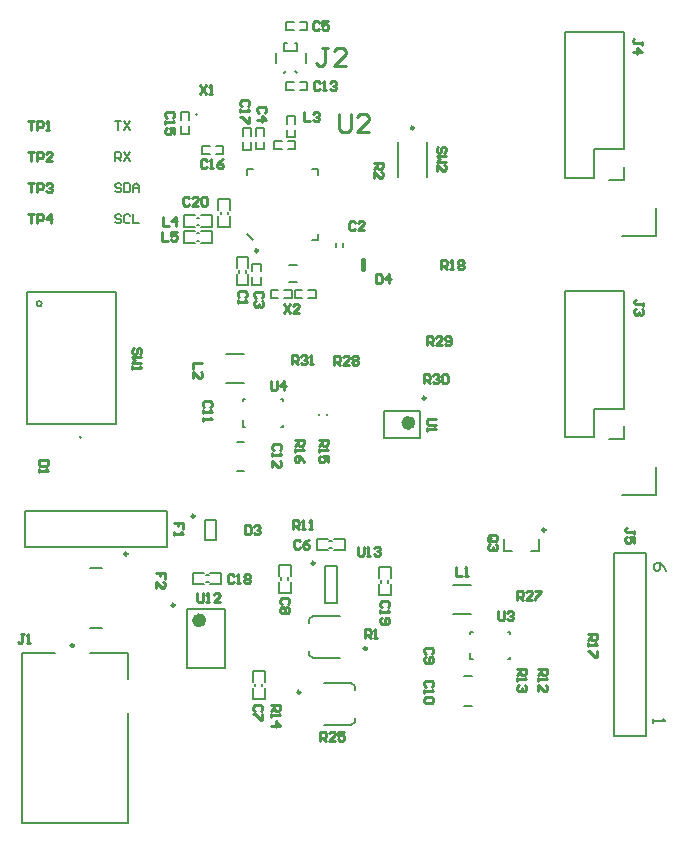
<source format=gto>
G04*
G04 #@! TF.GenerationSoftware,Altium Limited,Altium Designer,19.1.8 (144)*
G04*
G04 Layer_Color=65535*
%FSLAX25Y25*%
%MOIN*%
G70*
G01*
G75*
%ADD10C,0.00394*%
%ADD11C,0.00984*%
%ADD12C,0.02362*%
%ADD13C,0.00787*%
%ADD14C,0.00591*%
%ADD15C,0.00600*%
%ADD16C,0.01575*%
%ADD17C,0.01000*%
%ADD18C,0.00800*%
D10*
X72487Y224200D02*
G03*
X72487Y224200I-433J0D01*
G01*
X33716Y116654D02*
G03*
X33716Y116654I-394J0D01*
G01*
D11*
X92545Y178795D02*
G03*
X92545Y178795I-492J0D01*
G01*
X144492Y219733D02*
G03*
X144492Y219733I-492J0D01*
G01*
X148456Y129706D02*
G03*
X148456Y129706I-492J0D01*
G01*
X31205Y47209D02*
G03*
X31205Y47209I-492J0D01*
G01*
X188373Y85731D02*
G03*
X188373Y85731I-492J0D01*
G01*
X49031Y77732D02*
G03*
X49031Y77732I-492J0D01*
G01*
X111485Y74685D02*
G03*
X111485Y74685I-492J0D01*
G01*
X128806Y46163D02*
G03*
X128806Y46163I-492J0D01*
G01*
X106678Y31637D02*
G03*
X106678Y31637I-492J0D01*
G01*
X71385Y90367D02*
G03*
X71385Y90367I-492J0D01*
G01*
X64768Y60645D02*
G03*
X64768Y60645I-492J0D01*
G01*
D12*
X143879Y121438D02*
G03*
X143879Y121438I-1181J0D01*
G01*
X74119Y55606D02*
G03*
X74119Y55606I-1181J0D01*
G01*
D13*
X20475Y161103D02*
G03*
X20475Y161103I-880J0D01*
G01*
X87705Y120174D02*
X88394D01*
X87705D02*
Y122339D01*
X100206Y120174D02*
X100894D01*
Y120863D01*
X100206Y129426D02*
X100894D01*
Y128737D02*
Y129426D01*
X87705Y128737D02*
Y129426D01*
X88394D01*
X88903Y184306D02*
X90871Y182338D01*
X88903Y203991D02*
Y205960D01*
X90871D01*
X110556D02*
X112525D01*
Y203991D02*
Y205960D01*
Y182338D02*
Y184306D01*
X110556Y182338D02*
X112525D01*
X225248Y97272D02*
Y106720D01*
X213831Y97272D02*
X225248D01*
X194776Y126012D02*
Y165382D01*
X214461D01*
Y126091D02*
Y165382D01*
X204539Y126091D02*
X214461D01*
X204539Y116563D02*
Y126091D01*
X194776Y116563D02*
X204539D01*
X194776D02*
Y126012D01*
X209500Y116012D02*
X214618D01*
Y120343D01*
X225248Y183772D02*
Y193220D01*
X213831Y183772D02*
X225248D01*
X194776Y212512D02*
Y251882D01*
X214461D01*
Y212591D02*
Y251882D01*
X204539Y212591D02*
X214461D01*
X204539Y203063D02*
Y212591D01*
X194776Y203063D02*
X204539D01*
X194776D02*
Y212512D01*
X209500Y202512D02*
X214618D01*
Y206842D01*
X163406Y51866D02*
X164094D01*
X163406Y51177D02*
Y51866D01*
X176594Y51177D02*
Y51866D01*
X175906D02*
X176594D01*
Y42614D02*
Y43303D01*
X175906Y42614D02*
X176594D01*
X163406D02*
Y44780D01*
Y42614D02*
X164094D01*
X115678Y124103D02*
Y124497D01*
X112922Y124103D02*
Y124497D01*
X72249Y187419D02*
X73036D01*
X72249Y189781D02*
X73036D01*
X72249Y184581D02*
X73036D01*
X72249Y182219D02*
X73036D01*
X88581Y171549D02*
Y172336D01*
X86219Y171549D02*
Y172336D01*
X82481Y190906D02*
Y191694D01*
X80119Y190906D02*
Y191694D01*
X148921Y203395D02*
Y215206D01*
X139079Y203395D02*
Y215206D01*
X134430Y125375D02*
X146635D01*
X134430Y116320D02*
X146635D01*
Y125375D01*
X134430Y116320D02*
Y125375D01*
X116406Y82081D02*
X117194D01*
X116406Y79719D02*
X117194D01*
X93996Y33563D02*
Y34350D01*
X91634Y33563D02*
Y34350D01*
X100319Y69106D02*
Y69894D01*
X102681Y69106D02*
Y69894D01*
X135981Y68206D02*
Y68994D01*
X133619Y68206D02*
Y68994D01*
X75295Y68405D02*
X76083D01*
X75295Y70768D02*
X76083D01*
X49216Y35988D02*
Y44846D01*
X36421D02*
X49216D01*
Y-11846D02*
Y24571D01*
X13783Y44846D02*
X25004D01*
X13783Y-11846D02*
Y44846D01*
Y-11846D02*
X49216D01*
X174495Y78644D02*
X177250D01*
X174495D02*
Y82581D01*
X183550Y78644D02*
X186305D01*
Y82581D01*
X221795Y16909D02*
Y78091D01*
X211205Y16909D02*
X221795D01*
X211205D02*
Y78091D01*
X221795D01*
X120979Y180109D02*
Y181291D01*
X118421Y180109D02*
Y181291D01*
X102743Y174153D02*
X105499D01*
X102743Y168247D02*
X105499D01*
X82047Y134579D02*
X87953D01*
X82047Y144421D02*
X87953D01*
X85706Y115221D02*
X88068D01*
X85706Y105379D02*
X88068D01*
X161406Y36921D02*
X163768D01*
X161406Y27079D02*
X163768D01*
X157547Y57579D02*
X163453D01*
X157547Y67421D02*
X163453D01*
X28650Y165040D02*
X45185D01*
Y120945D02*
Y165040D01*
X15658Y120945D02*
X45185D01*
X15658D02*
Y165040D01*
X28650D01*
X14878Y80094D02*
Y91905D01*
X62122D01*
Y80094D02*
Y91905D01*
X14878Y80094D02*
X62122D01*
X36531Y73039D02*
X40468D01*
X36531Y52961D02*
X40468D01*
X118769Y61398D02*
Y73602D01*
X114831Y61398D02*
Y73602D01*
Y61398D02*
X118769D01*
X114831Y73602D02*
X118769D01*
X110794Y57187D02*
X119850D01*
X109613Y56006D02*
X110794Y57187D01*
X109613Y54824D02*
Y56006D01*
X109613Y44194D02*
Y45376D01*
Y44194D02*
X110794Y43013D01*
X119850D01*
X114650Y20613D02*
X123705D01*
X124887Y21794D01*
Y22976D01*
X124887Y32424D02*
Y33606D01*
X123705Y34787D02*
X124887Y33606D01*
X114650Y34787D02*
X123705D01*
X78472Y82552D02*
Y89048D01*
X74928Y82552D02*
Y89048D01*
X78472D01*
X74928Y82552D02*
X78472D01*
X69001Y39858D02*
X81599D01*
X69001Y59543D02*
X81599D01*
Y39858D02*
Y59543D01*
X69001Y39858D02*
Y59543D01*
X46999Y190499D02*
X46499Y190999D01*
X45500D01*
X45000Y190499D01*
Y189999D01*
X45500Y189499D01*
X46499D01*
X46999Y189000D01*
Y188500D01*
X46499Y188000D01*
X45500D01*
X45000Y188500D01*
X49998Y190499D02*
X49499Y190999D01*
X48499D01*
X47999Y190499D01*
Y188500D01*
X48499Y188000D01*
X49499D01*
X49998Y188500D01*
X50998Y190999D02*
Y188000D01*
X52997D01*
X46999Y200833D02*
X46499Y201332D01*
X45500D01*
X45000Y200833D01*
Y200333D01*
X45500Y199833D01*
X46499D01*
X46999Y199333D01*
Y198833D01*
X46499Y198333D01*
X45500D01*
X45000Y198833D01*
X47999Y201332D02*
Y198333D01*
X49499D01*
X49998Y198833D01*
Y200833D01*
X49499Y201332D01*
X47999D01*
X50998Y198333D02*
Y200333D01*
X51998Y201332D01*
X52997Y200333D01*
Y198333D01*
Y199833D01*
X50998D01*
X45000Y208667D02*
Y211666D01*
X46499D01*
X46999Y211166D01*
Y210166D01*
X46499Y209666D01*
X45000D01*
X46000D02*
X46999Y208667D01*
X47999Y211666D02*
X49998Y208667D01*
Y211666D02*
X47999Y208667D01*
X45000Y221999D02*
X46999D01*
X46000D01*
Y219000D01*
X47999Y221999D02*
X49998Y219000D01*
Y221999D02*
X47999Y219000D01*
D14*
X101335Y245305D02*
Y247983D01*
X102083D01*
X101335Y245305D02*
X105665D01*
X104917Y247983D02*
X105665D01*
Y245305D02*
Y247983D01*
X98579Y241369D02*
Y244754D01*
X101335Y238140D02*
X102024Y238829D01*
X108421Y241369D02*
Y244754D01*
X104976Y238829D02*
X105665Y238140D01*
D15*
X102158Y223683D02*
X104914Y223683D01*
X102158Y216597D02*
X104914D01*
X102158D02*
Y219156D01*
Y221124D02*
Y223683D01*
X104914Y216597D02*
Y219156D01*
Y221124D02*
Y223683D01*
X111929Y163122D02*
Y165878D01*
X104842Y163122D02*
Y165878D01*
X107401D01*
X109370D02*
X111929D01*
X104842Y163122D02*
X107401D01*
X109370D02*
X111929D01*
X96843Y163122D02*
Y165878D01*
X103929Y163122D02*
Y165878D01*
X101370Y163122D02*
X103929D01*
X96843D02*
X99402D01*
X101370Y165878D02*
X103929D01*
X96843D02*
X99402D01*
X105039Y212745D02*
Y215501D01*
X97953Y212745D02*
Y215501D01*
X100512D01*
X102480D02*
X105039D01*
X97953Y212745D02*
X100512D01*
X102480D02*
X105039D01*
X101957Y232422D02*
Y235178D01*
X109044Y232422D02*
Y235178D01*
X106485Y232422D02*
X109044D01*
X101957D02*
X104516D01*
X106485Y235178D02*
X109044D01*
X101957D02*
X104516D01*
X66822Y217857D02*
X69578D01*
X66822Y224944D02*
X69578D01*
Y222385D02*
Y224944D01*
Y217857D02*
Y220416D01*
X66822Y222385D02*
Y224944D01*
Y217857D02*
Y220416D01*
X73896Y211122D02*
Y213878D01*
X80983Y211122D02*
Y213878D01*
X78424Y211122D02*
X80983D01*
X73896D02*
X76455D01*
X78424Y213878D02*
X80983D01*
X73896D02*
X76455D01*
X77268Y186632D02*
Y190568D01*
X68016Y186632D02*
Y190568D01*
X73627Y186632D02*
X77268D01*
X68016D02*
X71658D01*
X73627Y190568D02*
X77268D01*
X68016D02*
X71658D01*
X68016Y181431D02*
Y185369D01*
X77268Y181431D02*
Y185369D01*
X68016D02*
X71658D01*
X73627D02*
X77268D01*
X68016Y181431D02*
X71658D01*
X73627D02*
X77268D01*
X89368Y172927D02*
Y176568D01*
Y167316D02*
Y170958D01*
X85431Y172927D02*
Y176568D01*
Y167317D02*
Y170958D01*
Y167317D02*
X89368Y167316D01*
X85431Y176568D02*
X89368D01*
X90722Y167388D02*
X93478D01*
X90722Y174475D02*
X93478D01*
Y171916D02*
Y174475D01*
Y167388D02*
Y169948D01*
X90722Y171916D02*
Y174475D01*
Y167388D02*
Y169948D01*
X87522Y219643D02*
X90278D01*
X87522Y212556D02*
X90278D01*
X87522D02*
Y215115D01*
Y217084D02*
Y219643D01*
X90278Y212556D02*
Y215115D01*
Y217084D02*
Y219643D01*
X83268Y192284D02*
Y195926D01*
Y186674D02*
Y190316D01*
X79331Y192284D02*
Y195926D01*
Y186674D02*
Y190316D01*
Y186674D02*
X83268Y186674D01*
X79331Y195926D02*
X83268D01*
X91857Y219647D02*
X94613D01*
X91857Y212560D02*
X94613D01*
X91857D02*
Y215119D01*
Y217088D02*
Y219647D01*
X94613Y212560D02*
Y215119D01*
Y217088D02*
Y219647D01*
X112174Y82868D02*
X115816D01*
X117784D02*
X121426D01*
X112174Y78931D02*
X115816D01*
X117784D02*
X121426D01*
X121426Y82868D01*
X112174Y78931D02*
Y82868D01*
X94784Y34941D02*
Y38583D01*
Y29331D02*
Y32972D01*
X90847Y34941D02*
Y38583D01*
Y32972D02*
X90847Y29331D01*
X94784Y29331D01*
X90847Y38583D02*
X94784D01*
X99532Y64874D02*
Y68516D01*
Y70484D02*
Y74126D01*
X103469Y64874D02*
Y68516D01*
Y70484D02*
Y74126D01*
X99532Y74126D02*
X103469Y74126D01*
X99532Y64874D02*
X103469D01*
X136768Y69584D02*
Y73226D01*
Y63974D02*
Y67616D01*
X132832Y69584D02*
Y73226D01*
Y63974D02*
Y67616D01*
Y63974D02*
X136768Y63974D01*
X132832Y73226D02*
X136768D01*
X76673Y67618D02*
X80315D01*
X71063D02*
X74705D01*
X76673Y71555D02*
X80315D01*
X71063D02*
X74705D01*
X71063Y67618D02*
X71063Y71555D01*
X80315Y67618D02*
Y71555D01*
X101971Y255174D02*
X104530D01*
X106498D02*
X109057D01*
X101971Y252419D02*
X104530D01*
X106498D02*
X109057D01*
Y255174D01*
X101971Y252419D02*
Y255174D01*
D16*
X127573Y172695D02*
Y175844D01*
D17*
X16000Y190999D02*
X17999D01*
X17000D01*
Y188000D01*
X18999D02*
Y190999D01*
X20499D01*
X20998Y190499D01*
Y189499D01*
X20499Y189000D01*
X18999D01*
X23498Y188000D02*
Y190999D01*
X21998Y189499D01*
X23997D01*
X16000Y201332D02*
X17999D01*
X17000D01*
Y198333D01*
X18999D02*
Y201332D01*
X20499D01*
X20998Y200833D01*
Y199833D01*
X20499Y199333D01*
X18999D01*
X21998Y200833D02*
X22498Y201332D01*
X23498D01*
X23997Y200833D01*
Y200333D01*
X23498Y199833D01*
X22998D01*
X23498D01*
X23997Y199333D01*
Y198833D01*
X23498Y198333D01*
X22498D01*
X21998Y198833D01*
X16000Y221999D02*
X17999D01*
X17000D01*
Y219000D01*
X18999D02*
Y221999D01*
X20499D01*
X20998Y221499D01*
Y220499D01*
X20499Y220000D01*
X18999D01*
X21998Y219000D02*
X22998D01*
X22498D01*
Y221999D01*
X21998Y221499D01*
X16000Y211666D02*
X17999D01*
X17000D01*
Y208667D01*
X18999D02*
Y211666D01*
X20499D01*
X20998Y211166D01*
Y210166D01*
X20499Y209666D01*
X18999D01*
X23997Y208667D02*
X21998D01*
X23997Y210666D01*
Y211166D01*
X23498Y211666D01*
X22498D01*
X21998Y211166D01*
X22499Y109000D02*
X19500D01*
Y107501D01*
X20000Y107001D01*
X21999D01*
X22499Y107501D01*
Y109000D01*
X19500Y106001D02*
Y105001D01*
Y105501D01*
X22499D01*
X21999Y106001D01*
X119700Y224298D02*
Y219300D01*
X120700Y218300D01*
X122699D01*
X123699Y219300D01*
Y224298D01*
X129697Y218300D02*
X125698D01*
X129697Y222299D01*
Y223298D01*
X128697Y224298D01*
X126698D01*
X125698Y223298D01*
X220499Y247501D02*
Y248500D01*
Y248001D01*
X218000D01*
X217500Y248500D01*
Y249000D01*
X218000Y249500D01*
X217500Y245002D02*
X220499D01*
X219000Y246501D01*
Y244502D01*
X220999Y160501D02*
Y161500D01*
Y161001D01*
X218500D01*
X218000Y161500D01*
Y162000D01*
X218500Y162500D01*
X220499Y159501D02*
X220999Y159001D01*
Y158001D01*
X220499Y157502D01*
X219999D01*
X219499Y158001D01*
Y158501D01*
Y158001D01*
X219000Y157502D01*
X218500D01*
X218000Y158001D01*
Y159001D01*
X218500Y159501D01*
X115899Y246298D02*
X113899D01*
X114899D01*
Y241300D01*
X113899Y240300D01*
X112900D01*
X111900Y241300D01*
X121897Y240300D02*
X117898D01*
X121897Y244299D01*
Y245298D01*
X120897Y246298D01*
X118898D01*
X117898Y245298D01*
X60742Y190199D02*
Y187200D01*
X62742D01*
X65241D02*
Y190199D01*
X63741Y188699D01*
X65741D01*
X154699Y211501D02*
X155199Y212000D01*
Y213000D01*
X154699Y213500D01*
X154199D01*
X153700Y213000D01*
Y212000D01*
X153200Y211501D01*
X152700D01*
X152200Y212000D01*
Y213000D01*
X152700Y213500D01*
X155199Y210501D02*
X152200D01*
X153200Y209501D01*
X152200Y208502D01*
X155199D01*
X152200Y205503D02*
Y207502D01*
X154199Y205503D01*
X154699D01*
X155199Y206002D01*
Y207002D01*
X154699Y207502D01*
X135799Y59943D02*
X136299Y60443D01*
Y61443D01*
X135799Y61942D01*
X133800D01*
X133300Y61443D01*
Y60443D01*
X133800Y59943D01*
X133300Y58943D02*
Y57944D01*
Y58444D01*
X136299D01*
X135799Y58943D01*
X133800Y56444D02*
X133300Y55945D01*
Y54945D01*
X133800Y54445D01*
X135799D01*
X136299Y54945D01*
Y55945D01*
X135799Y56444D01*
X135299D01*
X134800Y55945D01*
Y54445D01*
X84480Y70511D02*
X83980Y71011D01*
X82980D01*
X82480Y70511D01*
Y68512D01*
X82980Y68012D01*
X83980D01*
X84480Y68512D01*
X85479Y68012D02*
X86479D01*
X85979D01*
Y71011D01*
X85479Y70511D01*
X87979D02*
X88478Y71011D01*
X89478D01*
X89978Y70511D01*
Y70011D01*
X89478Y69511D01*
X89978Y69011D01*
Y68512D01*
X89478Y68012D01*
X88478D01*
X87979Y68512D01*
Y69011D01*
X88478Y69511D01*
X87979Y70011D01*
Y70511D01*
X88478Y69511D02*
X89478D01*
X102499Y61001D02*
X102999Y61501D01*
Y62500D01*
X102499Y63000D01*
X100500D01*
X100000Y62500D01*
Y61501D01*
X100500Y61001D01*
X102499Y60001D02*
X102999Y59501D01*
Y58501D01*
X102499Y58002D01*
X101999D01*
X101499Y58501D01*
X101000Y58002D01*
X100500D01*
X100000Y58501D01*
Y59501D01*
X100500Y60001D01*
X101000D01*
X101499Y59501D01*
X101999Y60001D01*
X102499D01*
X101499Y59501D02*
Y58501D01*
X93542Y25363D02*
X94042Y25863D01*
Y26862D01*
X93542Y27362D01*
X91543D01*
X91043Y26862D01*
Y25863D01*
X91543Y25363D01*
X94042Y24363D02*
Y22364D01*
X93542D01*
X91543Y24363D01*
X91043D01*
X106699Y81899D02*
X106200Y82399D01*
X105200D01*
X104700Y81899D01*
Y79900D01*
X105200Y79400D01*
X106200D01*
X106699Y79900D01*
X109698Y82399D02*
X108699Y81899D01*
X107699Y80900D01*
Y79900D01*
X108199Y79400D01*
X109199D01*
X109698Y79900D01*
Y80400D01*
X109199Y80900D01*
X107699D01*
X151799Y122800D02*
X149300D01*
X148800Y122300D01*
Y121300D01*
X149300Y120801D01*
X151799D01*
X148800Y119801D02*
Y118801D01*
Y119301D01*
X151799D01*
X151299Y119801D01*
X113045Y254795D02*
X112545Y255295D01*
X111545D01*
X111045Y254795D01*
Y252796D01*
X111545Y252296D01*
X112545D01*
X113045Y252796D01*
X116043Y255295D02*
X114044D01*
Y253796D01*
X115044Y254296D01*
X115544D01*
X116043Y253796D01*
Y252796D01*
X115544Y252296D01*
X114544D01*
X114044Y252796D01*
X94799Y224801D02*
X95299Y225301D01*
Y226300D01*
X94799Y226800D01*
X92800D01*
X92300Y226300D01*
Y225301D01*
X92800Y224801D01*
X92300Y222302D02*
X95299D01*
X93800Y223801D01*
Y221802D01*
X93799Y163164D02*
X94299Y163663D01*
Y164663D01*
X93799Y165163D01*
X91800D01*
X91300Y164663D01*
Y163663D01*
X91800Y163164D01*
X93799Y162164D02*
X94299Y161664D01*
Y160664D01*
X93799Y160165D01*
X93299D01*
X92800Y160664D01*
Y161164D01*
Y160664D01*
X92300Y160165D01*
X91800D01*
X91300Y160664D01*
Y161664D01*
X91800Y162164D01*
X124999Y188099D02*
X124499Y188599D01*
X123500D01*
X123000Y188099D01*
Y186100D01*
X123500Y185600D01*
X124499D01*
X124999Y186100D01*
X127998Y185600D02*
X125999D01*
X127998Y187599D01*
Y188099D01*
X127499Y188599D01*
X126499D01*
X125999Y188099D01*
X88299Y163343D02*
X88799Y163843D01*
Y164843D01*
X88299Y165342D01*
X86300D01*
X85800Y164843D01*
Y163843D01*
X86300Y163343D01*
X85800Y162344D02*
Y161344D01*
Y161844D01*
X88799D01*
X88299Y162344D01*
X73999Y141500D02*
X71000D01*
Y139501D01*
Y136502D02*
Y138501D01*
X72999Y136502D01*
X73499D01*
X73999Y137001D01*
Y138001D01*
X73499Y138501D01*
X158500Y73499D02*
Y70500D01*
X160499D01*
X161499D02*
X162499D01*
X161999D01*
Y73499D01*
X161499Y72999D01*
X101321Y160999D02*
X103321Y158000D01*
Y160999D02*
X101321Y158000D01*
X106320D02*
X104320D01*
X106320Y159999D01*
Y160499D01*
X105820Y160999D01*
X104820D01*
X104320Y160499D01*
X73395Y233912D02*
X75395Y230913D01*
Y233912D02*
X73395Y230913D01*
X76394D02*
X77394D01*
X76894D01*
Y233912D01*
X76394Y233412D01*
X125900Y80099D02*
Y77600D01*
X126400Y77100D01*
X127400D01*
X127899Y77600D01*
Y80099D01*
X128899Y77100D02*
X129899D01*
X129399D01*
Y80099D01*
X128899Y79599D01*
X131398D02*
X131898Y80099D01*
X132898D01*
X133398Y79599D01*
Y79099D01*
X132898Y78600D01*
X132398D01*
X132898D01*
X133398Y78100D01*
Y77600D01*
X132898Y77100D01*
X131898D01*
X131398Y77600D01*
X72300Y64699D02*
Y62200D01*
X72800Y61700D01*
X73800D01*
X74299Y62200D01*
Y64699D01*
X75299Y61700D02*
X76299D01*
X75799D01*
Y64699D01*
X75299Y64199D01*
X79798Y61700D02*
X77798D01*
X79798Y63699D01*
Y64199D01*
X79298Y64699D01*
X78298D01*
X77798Y64199D01*
X96800Y135299D02*
Y132800D01*
X97300Y132300D01*
X98299D01*
X98799Y132800D01*
Y135299D01*
X101299Y132300D02*
Y135299D01*
X99799Y133800D01*
X101798D01*
X172600Y58699D02*
Y56200D01*
X173100Y55700D01*
X174100D01*
X174599Y56200D01*
Y58699D01*
X175599Y58199D02*
X176099Y58699D01*
X177099D01*
X177598Y58199D01*
Y57699D01*
X177099Y57200D01*
X176599D01*
X177099D01*
X177598Y56700D01*
Y56200D01*
X177099Y55700D01*
X176099D01*
X175599Y56200D01*
X53149Y144336D02*
X53649Y144835D01*
Y145835D01*
X53149Y146335D01*
X52649D01*
X52149Y145835D01*
Y144835D01*
X51650Y144336D01*
X51150D01*
X50650Y144835D01*
Y145835D01*
X51150Y146335D01*
X53649Y143336D02*
X50650D01*
X51650Y142336D01*
X50650Y141337D01*
X53649D01*
X50650Y140337D02*
Y139337D01*
Y139837D01*
X53649D01*
X53149Y140337D01*
X103900Y141000D02*
Y143999D01*
X105400D01*
X105899Y143499D01*
Y142499D01*
X105400Y142000D01*
X103900D01*
X104900D02*
X105899Y141000D01*
X106899Y143499D02*
X107399Y143999D01*
X108399D01*
X108898Y143499D01*
Y142999D01*
X108399Y142499D01*
X107899D01*
X108399D01*
X108898Y142000D01*
Y141500D01*
X108399Y141000D01*
X107399D01*
X106899Y141500D01*
X109898Y141000D02*
X110898D01*
X110398D01*
Y143999D01*
X109898Y143499D01*
X147800Y134600D02*
Y137599D01*
X149300D01*
X149799Y137099D01*
Y136100D01*
X149300Y135600D01*
X147800D01*
X148800D02*
X149799Y134600D01*
X150799Y137099D02*
X151299Y137599D01*
X152299D01*
X152798Y137099D01*
Y136599D01*
X152299Y136100D01*
X151799D01*
X152299D01*
X152798Y135600D01*
Y135100D01*
X152299Y134600D01*
X151299D01*
X150799Y135100D01*
X153798Y137099D02*
X154298Y137599D01*
X155298D01*
X155797Y137099D01*
Y135100D01*
X155298Y134600D01*
X154298D01*
X153798Y135100D01*
Y137099D01*
X148800Y147300D02*
Y150299D01*
X150300D01*
X150799Y149799D01*
Y148800D01*
X150300Y148300D01*
X148800D01*
X149800D02*
X150799Y147300D01*
X153798D02*
X151799D01*
X153798Y149299D01*
Y149799D01*
X153299Y150299D01*
X152299D01*
X151799Y149799D01*
X154798Y147800D02*
X155298Y147300D01*
X156298D01*
X156797Y147800D01*
Y149799D01*
X156298Y150299D01*
X155298D01*
X154798Y149799D01*
Y149299D01*
X155298Y148800D01*
X156797D01*
X118000Y140800D02*
Y143799D01*
X119500D01*
X119999Y143299D01*
Y142299D01*
X119500Y141800D01*
X118000D01*
X119000D02*
X119999Y140800D01*
X122998D02*
X120999D01*
X122998Y142799D01*
Y143299D01*
X122499Y143799D01*
X121499D01*
X120999Y143299D01*
X123998D02*
X124498Y143799D01*
X125498D01*
X125997Y143299D01*
Y142799D01*
X125498Y142299D01*
X125997Y141800D01*
Y141300D01*
X125498Y140800D01*
X124498D01*
X123998Y141300D01*
Y141800D01*
X124498Y142299D01*
X123998Y142799D01*
Y143299D01*
X124498Y142299D02*
X125498D01*
X179000Y62500D02*
Y65499D01*
X180499D01*
X180999Y64999D01*
Y63999D01*
X180499Y63500D01*
X179000D01*
X180000D02*
X180999Y62500D01*
X183998D02*
X181999D01*
X183998Y64499D01*
Y64999D01*
X183499Y65499D01*
X182499D01*
X181999Y64999D01*
X184998Y65499D02*
X186997D01*
Y64999D01*
X184998Y63000D01*
Y62500D01*
X113400Y15400D02*
Y18399D01*
X114900D01*
X115399Y17899D01*
Y16899D01*
X114900Y16400D01*
X113400D01*
X114400D02*
X115399Y15400D01*
X118398D02*
X116399D01*
X118398Y17399D01*
Y17899D01*
X117899Y18399D01*
X116899D01*
X116399Y17899D01*
X121397Y18399D02*
X119398D01*
Y16899D01*
X120398Y17399D01*
X120898D01*
X121397Y16899D01*
Y15900D01*
X120898Y15400D01*
X119898D01*
X119398Y15900D01*
X153600Y172600D02*
Y175599D01*
X155099D01*
X155599Y175099D01*
Y174100D01*
X155099Y173600D01*
X153600D01*
X154600D02*
X155599Y172600D01*
X156599D02*
X157599D01*
X157099D01*
Y175599D01*
X156599Y175099D01*
X159098D02*
X159598Y175599D01*
X160598D01*
X161098Y175099D01*
Y174599D01*
X160598Y174100D01*
X161098Y173600D01*
Y173100D01*
X160598Y172600D01*
X159598D01*
X159098Y173100D01*
Y173600D01*
X159598Y174100D01*
X159098Y174599D01*
Y175099D01*
X159598Y174100D02*
X160598D01*
X202500Y51000D02*
X205499D01*
Y49501D01*
X204999Y49001D01*
X203999D01*
X203500Y49501D01*
Y51000D01*
Y50000D02*
X202500Y49001D01*
Y48001D02*
Y47001D01*
Y47501D01*
X205499D01*
X204999Y48001D01*
X205499Y45502D02*
Y43502D01*
X204999D01*
X203000Y45502D01*
X202500D01*
X104800Y115800D02*
X107799D01*
Y114301D01*
X107299Y113801D01*
X106299D01*
X105800Y114301D01*
Y115800D01*
Y114800D02*
X104800Y113801D01*
Y112801D02*
Y111801D01*
Y112301D01*
X107799D01*
X107299Y112801D01*
X107799Y108302D02*
X107299Y109302D01*
X106299Y110302D01*
X105300D01*
X104800Y109802D01*
Y108802D01*
X105300Y108302D01*
X105800D01*
X106299Y108802D01*
Y110302D01*
X112800Y115800D02*
X115799D01*
Y114301D01*
X115299Y113801D01*
X114299D01*
X113800Y114301D01*
Y115800D01*
Y114800D02*
X112800Y113801D01*
Y112801D02*
Y111801D01*
Y112301D01*
X115799D01*
X115299Y112801D01*
X115799Y108302D02*
Y110302D01*
X114299D01*
X114799Y109302D01*
Y108802D01*
X114299Y108302D01*
X113300D01*
X112800Y108802D01*
Y109802D01*
X113300Y110302D01*
X97047Y27461D02*
X100046D01*
Y25961D01*
X99546Y25461D01*
X98547D01*
X98047Y25961D01*
Y27461D01*
Y26461D02*
X97047Y25461D01*
Y24462D02*
Y23462D01*
Y23962D01*
X100046D01*
X99546Y24462D01*
X97047Y20463D02*
X100046D01*
X98547Y21962D01*
Y19963D01*
X179000Y39500D02*
X181999D01*
Y38001D01*
X181499Y37501D01*
X180499D01*
X180000Y38001D01*
Y39500D01*
Y38500D02*
X179000Y37501D01*
Y36501D02*
Y35501D01*
Y36001D01*
X181999D01*
X181499Y36501D01*
Y34002D02*
X181999Y33502D01*
Y32502D01*
X181499Y32002D01*
X180999D01*
X180499Y32502D01*
Y33002D01*
Y32502D01*
X180000Y32002D01*
X179500D01*
X179000Y32502D01*
Y33502D01*
X179500Y34002D01*
X186000Y39500D02*
X188999D01*
Y38001D01*
X188499Y37501D01*
X187499D01*
X187000Y38001D01*
Y39500D01*
Y38500D02*
X186000Y37501D01*
Y36501D02*
Y35501D01*
Y36001D01*
X188999D01*
X188499Y36501D01*
X186000Y32002D02*
Y34002D01*
X187999Y32002D01*
X188499D01*
X188999Y32502D01*
Y33502D01*
X188499Y34002D01*
X104100Y85900D02*
Y88899D01*
X105599D01*
X106099Y88399D01*
Y87400D01*
X105599Y86900D01*
X104100D01*
X105100D02*
X106099Y85900D01*
X107099D02*
X108099D01*
X107599D01*
Y88899D01*
X107099Y88399D01*
X109598Y85900D02*
X110598D01*
X110098D01*
Y88899D01*
X109598Y88399D01*
X131200Y208100D02*
X134199D01*
Y206600D01*
X133699Y206101D01*
X132700D01*
X132200Y206600D01*
Y208100D01*
Y207100D02*
X131200Y206101D01*
Y203102D02*
Y205101D01*
X133199Y203102D01*
X133699D01*
X134199Y203601D01*
Y204601D01*
X133699Y205101D01*
X128100Y49700D02*
Y52699D01*
X129599D01*
X130099Y52199D01*
Y51200D01*
X129599Y50700D01*
X128100D01*
X129100D02*
X130099Y49700D01*
X131099D02*
X132099D01*
X131599D01*
Y52699D01*
X131099Y52199D01*
X169900Y81901D02*
X171899D01*
X172399Y82401D01*
Y83400D01*
X171899Y83900D01*
X169900D01*
X169400Y83400D01*
Y82401D01*
X170400Y82900D02*
X169400Y81901D01*
Y82401D02*
X169900Y81901D01*
X171899Y80901D02*
X172399Y80401D01*
Y79401D01*
X171899Y78902D01*
X171399D01*
X170899Y79401D01*
Y79901D01*
Y79401D01*
X170400Y78902D01*
X169900D01*
X169400Y79401D01*
Y80401D01*
X169900Y80901D01*
X217999Y84501D02*
Y85500D01*
Y85000D01*
X215500D01*
X215000Y85500D01*
Y86000D01*
X215500Y86500D01*
X217999Y81502D02*
Y83501D01*
X216499D01*
X216999Y82501D01*
Y82001D01*
X216499Y81502D01*
X215500D01*
X215000Y82001D01*
Y83001D01*
X215500Y83501D01*
X60500Y185099D02*
Y182100D01*
X62499D01*
X65498Y185099D02*
X63499D01*
Y183599D01*
X64499Y184099D01*
X64999D01*
X65498Y183599D01*
Y182600D01*
X64999Y182100D01*
X63999D01*
X63499Y182600D01*
X108000Y224999D02*
Y222000D01*
X109999D01*
X110999Y224499D02*
X111499Y224999D01*
X112499D01*
X112998Y224499D01*
Y223999D01*
X112499Y223499D01*
X111999D01*
X112499D01*
X112998Y223000D01*
Y222500D01*
X112499Y222000D01*
X111499D01*
X110999Y222500D01*
X14499Y50999D02*
X13500D01*
X13999D01*
Y48500D01*
X13500Y48000D01*
X13000D01*
X12500Y48500D01*
X15499Y48000D02*
X16499D01*
X15999D01*
Y50999D01*
X15499Y50499D01*
X61499Y69501D02*
Y71500D01*
X60000D01*
Y70500D01*
Y71500D01*
X58500D01*
Y66502D02*
Y68501D01*
X60499Y66502D01*
X60999D01*
X61499Y67001D01*
Y68001D01*
X60999Y68501D01*
X67499Y86001D02*
Y88000D01*
X66000D01*
Y87000D01*
Y88000D01*
X64500D01*
Y85001D02*
Y84001D01*
Y84501D01*
X67499D01*
X66999Y85001D01*
X131900Y170899D02*
Y167900D01*
X133399D01*
X133899Y168400D01*
Y170399D01*
X133399Y170899D01*
X131900D01*
X136399Y167900D02*
Y170899D01*
X134899Y169399D01*
X136898D01*
X88200Y87299D02*
Y84300D01*
X89700D01*
X90199Y84800D01*
Y86799D01*
X89700Y87299D01*
X88200D01*
X91199Y86799D02*
X91699Y87299D01*
X92699D01*
X93198Y86799D01*
Y86299D01*
X92699Y85799D01*
X92199D01*
X92699D01*
X93198Y85300D01*
Y84800D01*
X92699Y84300D01*
X91699D01*
X91199Y84800D01*
X69599Y196299D02*
X69099Y196799D01*
X68100D01*
X67600Y196299D01*
Y194300D01*
X68100Y193800D01*
X69099D01*
X69599Y194300D01*
X72598Y193800D02*
X70599D01*
X72598Y195799D01*
Y196299D01*
X72099Y196799D01*
X71099D01*
X70599Y196299D01*
X73598D02*
X74098Y196799D01*
X75098D01*
X75597Y196299D01*
Y194300D01*
X75098Y193800D01*
X74098D01*
X73598Y194300D01*
Y196299D01*
X89099Y227001D02*
X89599Y227501D01*
Y228500D01*
X89099Y229000D01*
X87100D01*
X86600Y228500D01*
Y227501D01*
X87100Y227001D01*
X86600Y226001D02*
Y225001D01*
Y225501D01*
X89599D01*
X89099Y226001D01*
X89599Y223502D02*
Y221502D01*
X89099D01*
X87100Y223502D01*
X86600D01*
X75499Y208799D02*
X74999Y209299D01*
X74000D01*
X73500Y208799D01*
Y206800D01*
X74000Y206300D01*
X74999D01*
X75499Y206800D01*
X76499Y206300D02*
X77499D01*
X76999D01*
Y209299D01*
X76499Y208799D01*
X80998Y209299D02*
X79998Y208799D01*
X78998Y207800D01*
Y206800D01*
X79498Y206300D01*
X80498D01*
X80998Y206800D01*
Y207300D01*
X80498Y207800D01*
X78998D01*
X64199Y223201D02*
X64699Y223700D01*
Y224700D01*
X64199Y225200D01*
X62200D01*
X61700Y224700D01*
Y223700D01*
X62200Y223201D01*
X61700Y222201D02*
Y221201D01*
Y221701D01*
X64699D01*
X64199Y222201D01*
X64699Y217702D02*
Y219702D01*
X63200D01*
X63699Y218702D01*
Y218202D01*
X63200Y217702D01*
X62200D01*
X61700Y218202D01*
Y219202D01*
X62200Y219702D01*
X113099Y234799D02*
X112600Y235299D01*
X111600D01*
X111100Y234799D01*
Y232800D01*
X111600Y232300D01*
X112600D01*
X113099Y232800D01*
X114099Y232300D02*
X115099D01*
X114599D01*
Y235299D01*
X114099Y234799D01*
X116598D02*
X117098Y235299D01*
X118098D01*
X118598Y234799D01*
Y234299D01*
X118098Y233800D01*
X117598D01*
X118098D01*
X118598Y233300D01*
Y232800D01*
X118098Y232300D01*
X117098D01*
X116598Y232800D01*
X99799Y112301D02*
X100299Y112801D01*
Y113800D01*
X99799Y114300D01*
X97800D01*
X97300Y113800D01*
Y112801D01*
X97800Y112301D01*
X97300Y111301D02*
Y110301D01*
Y110801D01*
X100299D01*
X99799Y111301D01*
X97300Y106802D02*
Y108802D01*
X99299Y106802D01*
X99799D01*
X100299Y107302D01*
Y108302D01*
X99799Y108802D01*
X76699Y126601D02*
X77199Y127101D01*
Y128100D01*
X76699Y128600D01*
X74700D01*
X74200Y128100D01*
Y127101D01*
X74700Y126601D01*
X74200Y125601D02*
Y124601D01*
Y125101D01*
X77199D01*
X76699Y125601D01*
X74200Y123102D02*
Y122102D01*
Y122602D01*
X77199D01*
X76699Y123102D01*
X150499Y33501D02*
X150999Y34001D01*
Y35000D01*
X150499Y35500D01*
X148500D01*
X148000Y35000D01*
Y34001D01*
X148500Y33501D01*
X148000Y32501D02*
Y31501D01*
Y32001D01*
X150999D01*
X150499Y32501D01*
Y30002D02*
X150999Y29502D01*
Y28502D01*
X150499Y28002D01*
X148500D01*
X148000Y28502D01*
Y29502D01*
X148500Y30002D01*
X150499D01*
Y44501D02*
X150999Y45000D01*
Y46000D01*
X150499Y46500D01*
X148500D01*
X148000Y46000D01*
Y45000D01*
X148500Y44501D01*
Y43501D02*
X148000Y43001D01*
Y42001D01*
X148500Y41502D01*
X150499D01*
X150999Y42001D01*
Y43001D01*
X150499Y43501D01*
X149999D01*
X149499Y43001D01*
Y41502D01*
D18*
X224400Y22600D02*
Y21267D01*
Y21934D01*
X228399D01*
X227732Y22600D01*
X228499Y72034D02*
X227832Y73367D01*
X226499Y74700D01*
X225166D01*
X224500Y74034D01*
Y72701D01*
X225166Y72034D01*
X225833D01*
X226499Y72701D01*
Y74700D01*
M02*

</source>
